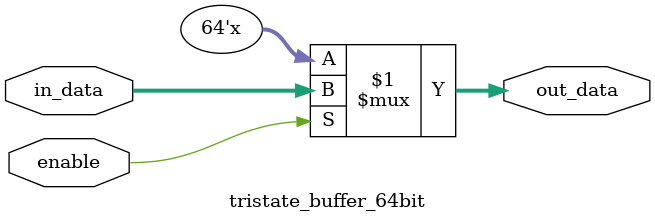
<source format=v>
module tristate_buffer_1bit(out_data, in_data, enable);
    input in_data;
    input enable;
    output out_data;
    assign out_data = enable? in_data : 1'bz;
endmodule

module tristate_buffer_32bit(out_data, in_data, enable);
    input [31:0] in_data;
    input enable;
    output [31:0] out_data;
    assign out_data = enable? in_data : {(32){1'bz}};
endmodule

module tristate_buffer_64bit(out_data, in_data, enable);
    input [63:0] in_data;
    input enable;
    output [63:0] out_data;
    assign out_data = enable? in_data : {(64){1'bz}};
endmodule
</source>
